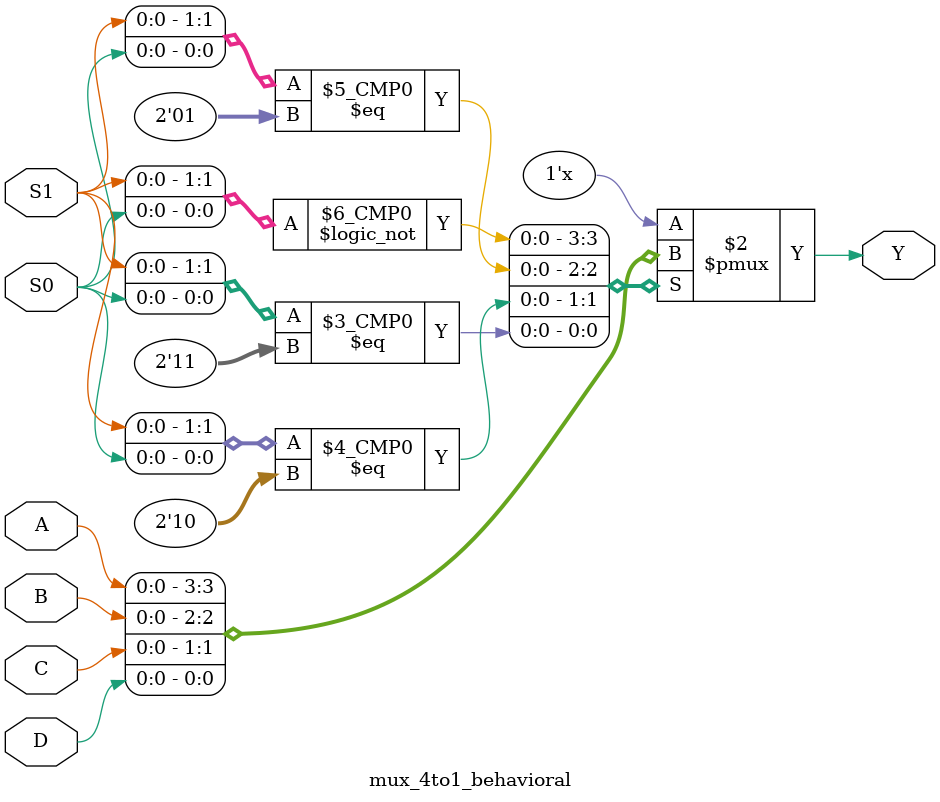
<source format=sv>
module mux_4to1_gate (output logic Y, input logic A, B, C, D, S0, S1);
    logic notS0, notS1, and1, and2, and3, and4;

    // Implementasi gerbang logika dasar
    not (notS0, S0);
    not (notS1, S1);
    and (and1, A, notS0, notS1);
    and (and2, B, S0, notS1);
    and (and3, C, notS0, S1);
    and (and4, D, S0, S1);
    or (Y, and1, and2, and3, and4);
endmodule

// Multiplexer 4-ke-1 dengan pendekatan dataflow
module mux_4to1_dataflow (output logic Y, input logic A, B, C, D, S0, S1);
    // Implementasi ekspresi boolean
    assign Y = (A & ~S0 & ~S1) | (B & S0 & ~S1) | (C & ~S0 & S1) | (D & S0 & S1);
endmodule

// Multiplexer 4-ke-1 dengan pendekatan behavioral
module mux_4to1_behavioral (output logic Y, input logic A, B, C, D, S0, S1);
    always_comb begin
        case ({S1, S0})
            2'b00: Y = A;
            2'b01: Y = B;
            2'b10: Y = C;
            2'b11: Y = D;
            default: Y = 1'b0;
        endcase
    end
endmodule

</source>
